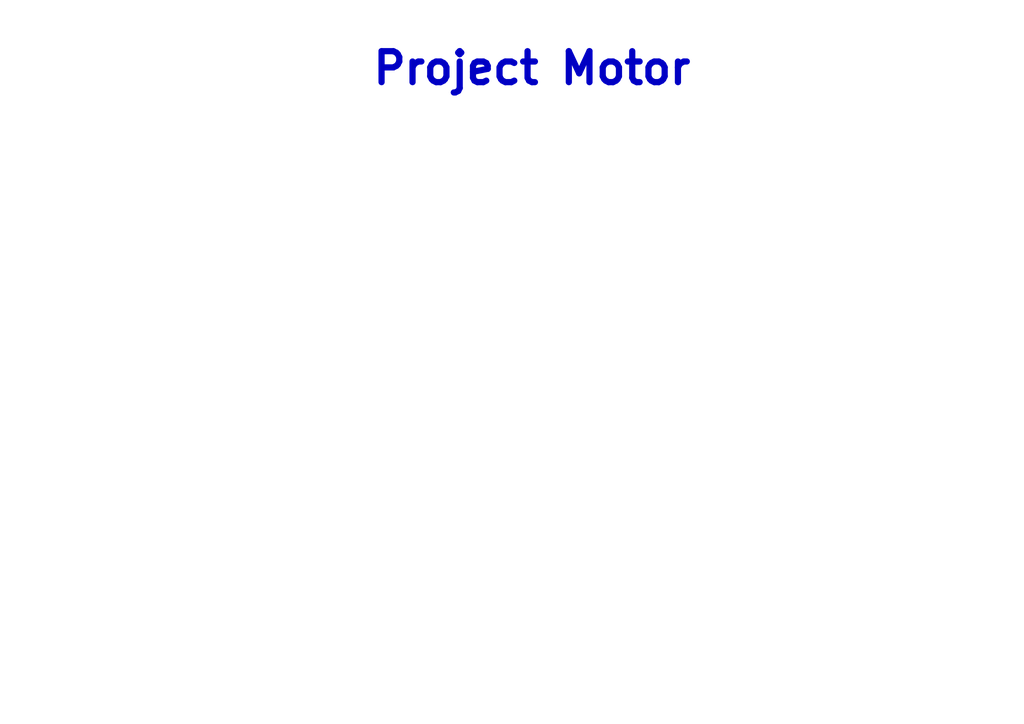
<source format=kicad_sch>
(kicad_sch
	(version 20250114)
	(generator "eeschema")
	(generator_version "9.0")
	(uuid "e63e39d7-6ac0-4ffd-8aa3-1841a4541b55")
	(paper "A3")
	(title_block
		(title "Project name: Project Motor")
		(date "2026-02-04")
		(rev "A")
		(company "Company: Easy EMC")
		(comment 1 "Engineer: Adam Hadala")
		(comment 2 "adres e-mail: adam.hadala@easy-emc.com")
		(comment 3 "phone number: ++34 675 546 510")
	)
	(lib_symbols)
	(text "Project Motor"
		(exclude_from_sim no)
		(at 218.186 28.194 0)
		(effects
			(font
				(size 12.7 12.7)
				(thickness 2.54)
				(bold yes)
			)
		)
		(uuid "5470bf2b-f2e8-40ae-a32d-d3043ac4828d")
	)
	(sheet_instances
		(path "/"
			(page "1")
		)
	)
	(embedded_fonts no)
)

</source>
